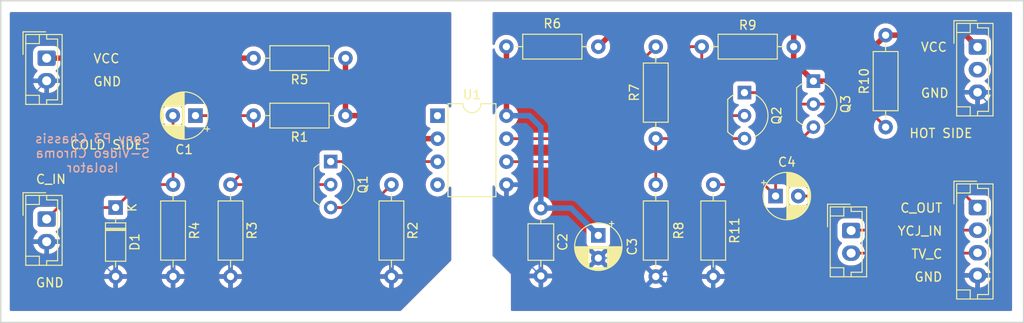
<source format=kicad_pcb>
(kicad_pcb (version 20221018) (generator pcbnew)

  (general
    (thickness 1.6)
  )

  (paper "A4")
  (layers
    (0 "F.Cu" signal "Top")
    (31 "B.Cu" signal "Bottom")
    (34 "B.Paste" user)
    (35 "F.Paste" user)
    (36 "B.SilkS" user "B.Silkscreen")
    (37 "F.SilkS" user "F.Silkscreen")
    (38 "B.Mask" user)
    (39 "F.Mask" user)
    (40 "Dwgs.User" user "User.Drawings")
    (41 "Cmts.User" user "User.Comments")
    (42 "Eco1.User" user "User.Eco1")
    (43 "Eco2.User" user "User.Eco2")
    (44 "Edge.Cuts" user)
    (45 "Margin" user)
    (46 "B.CrtYd" user "B.Courtyard")
    (47 "F.CrtYd" user "F.Courtyard")
  )

  (setup
    (pad_to_mask_clearance 0.0508)
    (pcbplotparams
      (layerselection 0x00010fc_ffffffff)
      (plot_on_all_layers_selection 0x0000000_00000000)
      (disableapertmacros false)
      (usegerberextensions false)
      (usegerberattributes false)
      (usegerberadvancedattributes false)
      (creategerberjobfile false)
      (dashed_line_dash_ratio 12.000000)
      (dashed_line_gap_ratio 3.000000)
      (svgprecision 4)
      (plotframeref false)
      (viasonmask false)
      (mode 1)
      (useauxorigin false)
      (hpglpennumber 1)
      (hpglpenspeed 20)
      (hpglpendiameter 15.000000)
      (dxfpolygonmode true)
      (dxfimperialunits true)
      (dxfusepcbnewfont true)
      (psnegative false)
      (psa4output false)
      (plotreference true)
      (plotvalue true)
      (plotinvisibletext false)
      (sketchpadsonfab false)
      (subtractmaskfromsilk false)
      (outputformat 1)
      (mirror false)
      (drillshape 1)
      (scaleselection 1)
      (outputdirectory "")
    )
  )

  (net 0 "")
  (net 1 "Net-(Q1-B)")
  (net 2 "/C_In")
  (net 3 "Net-(C2-Pad1)")
  (net 4 "GND2")
  (net 5 "Net-(Q3-E)")
  (net 6 "GND1")
  (net 7 "/C_Out")
  (net 8 "+12V")
  (net 9 "+9V")
  (net 10 "unconnected-(J3-Pin_2-Pad2)")
  (net 11 "/YCJ_In")
  (net 12 "/TV_C")
  (net 13 "Net-(Q1-C)")
  (net 14 "Net-(Q1-E)")
  (net 15 "Net-(Q2-C)")
  (net 16 "Net-(Q2-B)")
  (net 17 "Net-(Q2-E)")
  (net 18 "Net-(R1-Pad1)")
  (net 19 "Net-(R7-Pad2)")
  (net 20 "unconnected-(U1-NC-Pad1)")
  (net 21 "unconnected-(U1-NC-Pad4)")

  (footprint "Package_DIP:DIP-8_W7.62mm" (layer "F.Cu") (at 144.79 105.42))

  (footprint "Resistor_THT:R_Axial_DIN0207_L6.3mm_D2.5mm_P10.16mm_Horizontal" (layer "F.Cu") (at 162.56 97.79 180))

  (footprint "Resistor_THT:R_Axial_DIN0207_L6.3mm_D2.5mm_P10.16mm_Horizontal" (layer "F.Cu") (at 115.57 113.03 -90))

  (footprint "Capacitor_THT:CP_Radial_D5.0mm_P2.50mm" (layer "F.Cu") (at 182.15 114.3))

  (footprint "Resistor_THT:R_Axial_DIN0207_L6.3mm_D2.5mm_P10.16mm_Horizontal" (layer "F.Cu") (at 168.91 123.19 90))

  (footprint "Package_TO_SOT_THT:TO-92_Inline_Wide" (layer "F.Cu") (at 132.99 110.49 -90))

  (footprint "Connector_JST:JST_EH_B2B-EH-A_1x02_P2.50mm_Vertical" (layer "F.Cu") (at 101.6 116.84 -90))

  (footprint "Resistor_THT:R_Axial_DIN0207_L6.3mm_D2.5mm_P10.16mm_Horizontal" (layer "F.Cu") (at 175.26 113.03 -90))

  (footprint "Capacitor_THT:CP_Radial_D5.0mm_P2.50mm" (layer "F.Cu") (at 162.56 118.65 -90))

  (footprint "Resistor_THT:R_Axial_DIN0207_L6.3mm_D2.5mm_P10.16mm_Horizontal" (layer "F.Cu") (at 121.92 113.03 -90))

  (footprint "Connector_JST:JST_EH_B3B-EH-A_1x03_P2.50mm_Vertical" (layer "F.Cu") (at 204.47 97.83 -90))

  (footprint "Diode_THT:D_DO-35_SOD27_P7.62mm_Horizontal" (layer "F.Cu") (at 109.22 115.57 -90))

  (footprint "Package_TO_SOT_THT:TO-92_Inline_Wide" (layer "F.Cu") (at 186.33 101.6 -90))

  (footprint "Connector_JST:JST_EH_B4B-EH-A_1x04_P2.50mm_Vertical" (layer "F.Cu") (at 204.47 115.57 -90))

  (footprint "Resistor_THT:R_Axial_DIN0207_L6.3mm_D2.5mm_P10.16mm_Horizontal" (layer "F.Cu") (at 173.99 97.79))

  (footprint "MountingHole:MountingHole_3.2mm_M3_DIN965" (layer "F.Cu") (at 148.844 124.714))

  (footprint "Resistor_THT:R_Axial_DIN0207_L6.3mm_D2.5mm_P10.16mm_Horizontal" (layer "F.Cu") (at 134.62 99.06 180))

  (footprint "Resistor_THT:R_Axial_DIN0207_L6.3mm_D2.5mm_P10.16mm_Horizontal" (layer "F.Cu") (at 134.62 105.41 180))

  (footprint "Capacitor_THT:C_Axial_L3.8mm_D2.6mm_P7.50mm_Horizontal" (layer "F.Cu") (at 156.21 115.63 -90))

  (footprint "Capacitor_THT:CP_Radial_D5.0mm_P2.50mm" (layer "F.Cu") (at 118.045113 105.41 180))

  (footprint "Connector_JST:JST_EH_B2B-EH-A_1x02_P2.50mm_Vertical" (layer "F.Cu") (at 101.6 99.06 -90))

  (footprint "Resistor_THT:R_Axial_DIN0207_L6.3mm_D2.5mm_P10.16mm_Horizontal" (layer "F.Cu") (at 139.7 113.03 -90))

  (footprint "Resistor_THT:R_Axial_DIN0207_L6.3mm_D2.5mm_P10.16mm_Horizontal" (layer "F.Cu") (at 194.31 106.68 90))

  (footprint "Package_TO_SOT_THT:TO-92_Inline_Wide" (layer "F.Cu") (at 178.71 102.87 -90))

  (footprint "Resistor_THT:R_Axial_DIN0207_L6.3mm_D2.5mm_P10.16mm_Horizontal" (layer "F.Cu") (at 168.91 107.95 90))

  (footprint "Connector_JST:JST_EH_B2B-EH-A_1x02_P2.50mm_Vertical" (layer "F.Cu") (at 190.5 118.11 -90))

  (gr_line (start 96.52 92.71) (end 209.55 92.71)
    (stroke (width 0.15) (type default)) (layer "Edge.Cuts") (tstamp 129943e0-26d1-4573-b2da-74bef33901c8))
  (gr_line (start 209.55 128.27) (end 209.55 92.71)
    (stroke (width 0.15) (type default)) (layer "Edge.Cuts") (tstamp 99b59614-2aee-4491-a99b-b356bbb99b3f))
  (gr_line (start 96.52 92.71) (end 96.52 128.27)
    (stroke (width 0.15) (type default)) (layer "Edge.Cuts") (tstamp c26e702b-e19f-4e6b-a559-744b639e25b1))
  (gr_line (start 96.52 128.27) (end 209.55 128.27)
    (stroke (width 0.15) (type default)) (layer "Edge.Cuts") (tstamp e64bd023-55a1-43d1-a539-c82ebadd3edf))
  (gr_text "Sony P3 Chassis\nS-Video Chroma\nIsolator" (at 106.68 111.76) (layer "B.SilkS") (tstamp 23ec2d86-ba25-42e7-a8d2-2e92822f72ab)
    (effects (font (size 1 1) (thickness 0.15)) (justify bottom mirror))
  )
  (gr_text "C_IN" (at 100.33 113.03) (layer "F.SilkS") (tstamp 014b2c16-440b-4919-8336-1cef8033fd16)
    (effects (font (size 1 1) (thickness 0.15)) (justify left bottom))
  )
  (gr_text "GND" (at 200.66 123.825) (layer "F.SilkS") (tstamp 1018be02-1950-4ecd-9c91-79737e822443)
    (effects (font (size 1 1) (thickness 0.15)) (justify right bottom))
  )
  (gr_text "COLD SIDE" (at 104.14 109.22) (layer "F.SilkS") (tstamp 5a152234-2537-4d9c-be80-0d839a5d7b0f)
    (effects (font (size 1 1) (thickness 0.15)) (justify left bottom))
  )
  (gr_text "C_OUT" (at 200.66 116.205) (layer "F.SilkS") (tstamp 8c3e9080-4c5e-4f4c-87b1-6a393b87ad22)
    (effects (font (size 1 1) (thickness 0.15)) (justify right bottom))
  )
  (gr_text "GND" (at 100.33 124.46) (layer "F.SilkS") (tstamp a704a508-0bfc-4594-90bd-2d8942a54e22)
    (effects (font (size 1 1) (thickness 0.15)) (justify left bottom))
  )
  (gr_text "HOT SIDE" (at 196.85 107.95) (layer "F.SilkS") (tstamp a82a2912-54cd-40b4-9070-39c42a5be94c)
    (effects (font (size 1 1) (thickness 0.15)) (justify left bottom))
  )
  (gr_text "GND" (at 106.68 102.235) (layer "F.SilkS") (tstamp aa270e39-a2f4-4f72-be12-3c5ab2cb5ac7)
    (effects (font (size 1 1) (thickness 0.15)) (justify left bottom))
  )
  (gr_text "TV_C" (at 200.66 121.285) (layer "F.SilkS") (tstamp ce812d0c-77f0-438e-827a-61a2e2c3f318)
    (effects (font (size 1 1) (thickness 0.15)) (justify right bottom))
  )
  (gr_text "GND" (at 198.12 103.505) (layer "F.SilkS") (tstamp dd6b90c0-e33d-4ab7-b099-4000045f4d05)
    (effects (font (size 1 1) (thickness 0.15)) (justify left bottom))
  )
  (gr_text "VCC" (at 106.68 99.695) (layer "F.SilkS") (tstamp e99730db-1648-4d29-a5c2-b10fb7d2da34)
    (effects (font (size 1 1) (thickness 0.15)) (justify left bottom))
  )
  (gr_text "VCC" (at 198.12 98.425) (layer "F.SilkS") (tstamp f222e8f8-fee9-4a28-8cfa-860576d84445)
    (effects (font (size 1 1) (thickness 0.15)) (justify left bottom))
  )
  (gr_text "YCJ_IN" (at 200.66 118.745) (layer "F.SilkS") (tstamp fe75ab76-c15a-4a55-a95e-10b2da045835)
    (effects (font (size 1 1) (thickness 0.15)) (justify right bottom))
  )

  (segment (start 124.46 105.41) (end 124.46 110.49) (width 0.3048) (layer "F.Cu") (net 1) (tstamp 4b9b79b6-5d24-4eef-a645-4bc89fa67cbb))
  (segment (start 124.46 105.41) (end 118.045113 105.41) (width 0.3048) (layer "F.Cu") (net 1) (tstamp 87cf98a1-2515-4061-acad-215a3fc7af1b))
  (segment (start 121.92 113.03) (end 132.99 113.03) (width 0.3048) (layer "F.Cu") (net 1) (tstamp 95e1fe09-1481-4a46-ab91-61edadc019f5))
  (segment (start 124.46 110.49) (end 121.92 113.03) (width 0.3048) (layer "F.Cu") (net 1) (tstamp aa7b1277-f109-4427-ac69-9830cfde430e))
  (segment (start 115.57 113.03) (end 111.76 113.03) (width 0.3048) (layer "F.Cu") (net 2) (tstamp 1ea8d843-0c83-4da2-82d7-3cf1c98f56e8))
  (segment (start 109.22 115.57) (end 102.87 115.57) (width 0.3048) (layer "F.Cu") (net 2) (tstamp 5bb03f4f-3cae-4034-8ea2-add49c80262a))
  (segment (start 115.57 113.03) (end 115.57 105.434887) (width 0.3048) (layer "F.Cu") (net 2) (tstamp 5f406a49-fb01-472a-9ed3-f3428cc74eb7))
  (segment (start 111.76 113.03) (end 109.22 115.57) (width 0.3048) (layer "F.Cu") (net 2) (tstamp a4c49e5f-3b61-4b05-96ab-9cc634db5876))
  (segment (start 115.57 105.434887) (end 115.545113 105.41) (width 0.3048) (layer "F.Cu") (net 2) (tstamp bd3d684b-4078-4e4c-9d16-8a778e6810db))
  (segment (start 102.87 115.57) (end 101.6 116.84) (width 0.3048) (layer "F.Cu") (net 2) (tstamp f14bebf7-ae70-443b-aaa4-fb0b1936820f))
  (segment (start 152.41 105.42) (end 152.41 97.8) (width 0.6096) (layer "F.Cu") (net 3) (tstamp 868d7bf6-0f21-4f6b-93ae-24a9ff36df70))
  (segment (start 152.41 97.8) (end 152.4 97.79) (width 0.1524) (layer "F.Cu") (net 3) (tstamp cf3509d2-352d-4da8-96ec-534af580258d))
  (segment (start 154.95 105.42) (end 156.21 106.68) (width 0.6096) (layer "B.Cu") (net 3) (tstamp 5acd5521-8285-4345-a807-92d77810d515))
  (segment (start 152.41 105.42) (end 154.95 105.42) (width 0.6096) (layer "B.Cu") (net 3) (tstamp 5e49b17e-9f70-4e57-8baa-7622ef239497))
  (segment (start 156.21 115.63) (end 159.54 115.63) (width 0.6096) (layer "B.Cu") (net 3) (tstamp b4308e56-1584-4b8b-9bd2-96408a6ddaca))
  (segment (start 156.21 106.68) (end 156.21 115.63) (width 0.6096) (layer "B.Cu") (net 3) (tstamp cd37b68e-c12a-4372-af93-a4f49865ce2d))
  (segment (start 159.54 115.63) (end 162.56 118.65) (width 0.6096) (layer "B.Cu") (net 3) (tstamp d40f4099-4261-47e2-8d65-637180ab0d78))
  (segment (start 175.26 123.19) (end 204.35 123.19) (width 0.1524) (layer "B.Cu") (net 4) (tstamp 05e782b1-0969-4fed-a37c-89673cf0fdc2))
  (segment (start 207.01 105.37) (end 204.47 102.83) (width 0.1524) (layer "B.Cu") (net 4) (tstamp 253a2aa3-4adb-4268-8647-cd9bb0aa41f6))
  (segment (start 152.41 119.33) (end 156.21 123.13) (width 0.1524) (layer "B.Cu") (net 4) (tstamp 412f97f1-d7dc-4803-b562-b8ce9dfef589))
  (segment (start 168.91 123.19) (end 175.26 123.19) (width 0.1524) (layer "B.Cu") (net 4) (tstamp 47e13caa-884e-4bb9-b151-7f2cd3a7894d))
  (segment (start 160.58 123.13) (end 162.56 121.15) (width 0.1524) (layer "B.Cu") (net 4) (tstamp 647e8eb0-2852-47b2-8f1a-6c9368be6cca))
  (segment (start 162.56 121.15) (end 166.87 121.15) (width 0.1524) (layer "B.Cu") (net 4) (tstamp 6a25eb36-42b7-4217-80ff-fbd049e9b78c))
  (segment (start 156.21 123.13) (end 160.58 123.13) (width 0.1524) (layer "B.Cu") (net 4) (tstamp 6b95997b-81f9-4895-a6ea-4131d4e42037))
  (segment (start 207.01 123.19) (end 207.01 105.37) (width 0.1524) (layer "B.Cu") (net 4) (tstamp 7653d78a-496d-4477-b68e-63c2d162d577))
  (segment (start 204.47 123.07) (end 206.89 123.07) (width 0.1524) (layer "B.Cu") (net 4) (tstamp 8dfa426d-a561-4b8f-aea4-986c0822f7cb))
  (segment (start 206.89 123.07) (end 207.01 123.19) (width 0.1524) (layer "B.Cu") (net 4) (tstamp 90ec6eb0-111d-4c4d-8216-8a08ec9d8f4f))
  (segment (start 152.41 113.04) (end 152.41 119.33) (width 0.1524) (layer "B.Cu") (net 4) (tstamp a97af42e-bd90-4371-8bbe-9011effcfc6f))
  (segment (start 166.87 121.15) (end 168.91 123.19) (width 0.1524) (layer "B.Cu") (net 4) (tstamp cbef3d03-7b95-440b-acb4-dde80603369e))
  (segment (start 204.35 123.19) (end 204.47 123.07) (width 0.1524) (layer "B.Cu") (net 4) (tstamp dd22145b-d9b1-4bb6-93b2-d620ac562624))
  (segment (start 175.26 113.03) (end 180.88 113.03) (width 0.3048) (layer "F.Cu") (net 5) (tstamp 38992850-a320-4626-812c-b783e60b31c1))
  (segment (start 180.88 113.03) (end 182.15 114.3) (width 0.3048) (layer "F.Cu") (net 5) (tstamp 83de1e97-4dd9-4761-a4c7-f574cb6622a7))
  (segment (start 182.15 110.86) (end 186.33 106.68) (width 0.3048) (layer "F.Cu") (net 5) (tstamp 8bb6a712-bc10-49d9-85f2-e1c1f6358511))
  (segment (start 182.15 114.3) (end 182.15 110.86) (width 0.3048) (layer "F.Cu") (net 5) (tstamp e0001d77-4c49-4e3b-bde5-8968a5d4b014))
  (segment (start 109.22 123.19) (end 115.57 123.19) (width 0.1524) (layer "B.Cu") (net 6) (tstamp 2015ebed-a446-4159-8f28-ff42881e2784))
  (segment (start 121.92 123.19) (end 139.7 123.19) (width 0.1524) (layer "B.Cu") (net 6) (tstamp 28a38b3c-93e9-4cc4-ae56-f802a300296f))
  (segment (start 101.6 119.34) (end 100.29 119.34) (width 0.1524) (layer "B.Cu") (net 6) (tstamp 32e10ac6-757d-45cf-b24b-892276a63ae9))
  (segment (start 100.29 119.34) (end 99.06 118.11) (width 0.1524) (layer "B.Cu") (net 6) (tstamp 38a7f7e6-eff7-488e-8322-660fe36ec140))
  (segment (start 105.37 119.34) (end 109.22 123.19) (width 0.1524) (layer "B.Cu") (net 6) (tstamp 509160c7-33fe-40d6-ad64-a621a2184d7d))
  (segment (start 115.57 123.19) (end 121.92 123.19) (width 0.1524) (layer "B.Cu") (net 6) (tstamp 739f9efc-f833-48f6-96f0-53d622729aaa))
  (segment (start 99.06 104.1) (end 101.6 101.56) (width 0.1524) (layer "B.Cu") (net 6) (tstamp 8ef0854e-0e55-4fb1-82f2-bb95d72151cb))
  (segment (start 101.6 119.34) (end 105.37 119.34) (width 0.1524) (layer "B.Cu") (net 6) (tstamp fa91345e-be68-452f-89d9-bbc1b80223f5))
  (segment (start 99.06 118.11) (end 99.06 104.1) (width 0.1524) (layer "B.Cu") (net 6) (tstamp fe21af01-4b8c-463d-8112-8a17b18f5eee))
  (segment (start 184.65 114.3) (end 203.2 114.3) (width 0.3048) (layer "F.Cu") (net 7) (tstamp b9dcfdb3-7f7d-4e8a-8cb0-697ed1911387))
  (segment (start 203.2 114.3) (end 204.47 115.57) (width 0.3048) (layer "F.Cu") (net 7) (tstamp ba7b810d-fd6b-4461-b023-6ccbfba9da94))
  (segment (start 101.6 99.06) (end 124.46 99.06) (width 0.6) (layer "F.Cu") (net 8) (tstamp a2121847-32a7-4351-af13-37996c1d7023))
  (segment (start 162.56 97.79) (end 165.1 95.25) (width 0.6096) (layer "F.Cu") (net 9) (tstamp 2d2340f9-040d-4f84-826f-9e3431be71b3))
  (segment (start 184.15 99.42) (end 186.33 101.6) (width 0.6096) (layer "F.Cu") (net 9) (tstamp 32b8a415-11c9-45bb-ad06-fa3a2c4cf4eb))
  (segment (start 165.1 95.25) (end 184.15 95.25) (width 0.6096) (layer "F.Cu") (net 9) (tstamp 502987f2-4de6-43db-bb4f-7bb2304ba46b))
  (segment (start 203.16 96.52) (end 204.47 97.83) (width 0.6096) (layer "F.Cu") (net 9) (tstamp 506fb97b-ef00-43e0-a647-5c46cbcf71a6))
  (segment (start 184.15 95.25) (end 184.15 97.79) (width 0.6096) (layer "F.Cu") (net 9) (tstamp 6ce3bd90-1d14-4c6f-9cf3-f640a1e73227))
  (segment (start 184.15 97.79) (end 184.15 99.42) (width 0.6096) (layer "F.Cu") (net 9) (tstamp cc82a58a-192f-4f28-b5ac-cf95c12c57a9))
  (segment (start 189.23 101.6) (end 194.31 96.52) (width 0.6096) (layer "F.Cu") (net 9) (tstamp dc816d2f-3995-46a3-ae11-940e277ebc4a))
  (segment (start 194.31 96.52) (end 203.16 96.52) (width 0.6096) (layer "F.Cu") (net 9) (tstamp ee940f40-9fd0-4728-95d4-c8befc69de8a))
  (segment (start 186.33 101.6) (end 189.23 101.6) (width 0.6096) (layer "F.Cu") (net 9) (tstamp f0d88bdc-80b0-4997-a13e-287acf8f817a))
  (segment (start 190.5 118.11) (end 190.54 118.07) (width 0.1524) (layer "F.Cu") (net 11) (tstamp 636a1ae3-c756-4b89-9ecd-a56f1f330131))
  (segment (start 190.54 118.07) (end 204.47 118.07) (width 0.3048) (layer "F.Cu") (net 11) (tstamp 67237674-ae73-4123-ace5-732620d11165))
  (segment (start 204.43 120.61) (end 204.47 120.57) (width 0.1524) (layer "F.Cu") (net 12) (tstamp 4025e013-bef8-4388-8e29-a55a0eb9646a))
  (segment (start 190.5 120.61) (end 204.43 120.61) (width 0.3048) (layer "F.Cu") (net 12) (tstamp d4522fda-3841-4adc-9267-c7c774593a65))
  (segment (start 144.78 110.49) (end 144.79 110.5) (width 0.1524) (layer "F.Cu") (net 13) (tstamp 3039c1d2-be02-4990-a153-8916f62eb728))
  (segment (start 132.99 110.49) (end 144.78 110.49) (width 0.3048) (layer "F.Cu") (net 13) (tstamp 3b9b34c0-198f-4720-b9fb-bfcfe9afb366))
  (segment (start 137.16 115.57) (end 139.7 113.03) (width 0.3048) (layer "F.Cu") (net 14) (tstamp 570095bc-4a67-4fac-b098-4d3ead478706))
  (segment (start 132.99 115.57) (end 137.16 115.57) (width 0.3048) (layer "F.Cu") (net 14) (tstamp 90983e21-1310-4a63-b1a6-ce984cbd6a22))
  (segment (start 191.77 104.14) (end 194.31 106.68) (width 0.3048) (layer "F.Cu") (net 15) (tstamp 31fccb87-6405-48df-84dc-c611a56a6ba4))
  (segment (start 186.33 104.14) (end 191.77 104.14) (width 0.3048) (layer "F.Cu") (net 15) (tstamp 61d318b9-33df-43fe-a346-ddda71bec2c9))
  (segment (start 181.61 102.87) (end 182.88 104.14) (width 0.3048) (layer "F.Cu") (net 15) (tstamp 6ebc326b-f258-4d61-8d67-f4b6960c05ce))
  (segment (start 178.71 102.87) (end 181.61 102.87) (width 0.3048) (layer "F.Cu") (net 15) (tstamp bcbfba93-dbca-4ced-8dcb-e523753ebb92))
  (segment (start 182.88 104.14) (end 186.33 104.14) (width 0.3048) (layer "F.Cu") (net 15) (tstamp f715d541-56ba-4a50-8cb7-34aabce08a23))
  (segment (start 173.99 105.41) (end 178.71 105.41) (width 0.3048) (layer "F.Cu") (net 16) (tstamp 0537c25d-3b1b-4c1f-9ada-5c1902a1b78f))
  (segment (start 160.01 110.5) (end 172.72 97.79) (width 0.3048) (layer "F.Cu") (net 16) (tstamp 569c832b-d85a-4748-bbfd-b7cd14a82171))
  (segment (start 152.41 110.5) (end 160.01 110.5) (width 0.3048) (layer "F.Cu") (net 16) (tstamp 785708a0-6ab3-4186-a144-907cc8df3930))
  (segment (start 173.99 97.79) (end 173.99 105.41) (width 0.3048) (layer "F.Cu") (net 16) (tstamp a177b81b-cd3c-48f1-9701-7d002c7196ef))
  (segment (start 172.72 97.79) (end 173.99 97.79) (width 0.3048) (layer "F.Cu") (net 16) (tstamp e39c20b6-5aa2-4d8c-a6aa-5d565ab62b1b))
  (segment (start 168.91 107.95) (end 178.71 107.95) (width 0.3048) (layer "F.Cu") (net 17) (tstamp 03bd4957-e3f8-40fd-b072-f98f1612e491))
  (segment (start 168.91 113.03) (end 168.91 107.95) (width 0.3048) (layer "F.Cu") (net 17) (tstamp 7e3fab24-b6af-4b5c-a03a-29a2537c9505))
  (segment (start 139.71 107.96) (end 144.79 107.96) (width 0.6) (layer "F.Cu") (net 18) (tstamp 0de30c0e-7dc8-46f9-8484-2a8ea8c02d6f))
  (segment (start 137.16 105.41) (end 139.71 107.96) (width 0.6) (layer "F.Cu") (net 18) (tstamp 76740a01-777f-4280-b6c8-bf6ca5dca2e1))
  (segment (start 134.62 99.06) (end 134.62 105.41) (width 0.6) (layer "F.Cu") (net 18) (tstamp a1f36da2-ba2d-47cb-8d09-38c1ddb102f7))
  (segment (start 134.62 105.41) (end 137.16 105.41) (width 0.6) (layer "F.Cu") (net 18) (tstamp dd1b6c3b-1b10-49ea-aa91-36e16b387ef7))
  (segment (start 158.74 107.96) (end 168.91 97.79) (width 0.3048) (layer "F.Cu") (net 19) (tstamp 443b2f96-0078-40bb-b6ec-24bbf2f8f12f))
  (segment (start 152.41 107.96) (end 158.74 107.96) (width 0.3048) (layer "F.Cu") (net 19) (tstamp 86addadd-5f3f-4b40-b022-aecbbf466623))

  (zone (net 6) (net_name "GND1") (layer "F.Cu") (tstamp 3f811362-6d96-4446-ac72-71a3f18c28d4) (hatch edge 0.5)
    (priority 2)
    (connect_pads (clearance 0.508))
    (min_thickness 0.25) (filled_areas_thickness no)
    (fill yes (thermal_gap 0.5) (thermal_bridge_width 0.5))
    (polygon
      (pts
        (xy 97.536 93.98)
        (xy 146.304 93.98)
        (xy 146.304 121.412)
        (xy 140.716 127)
        (xy 97.536 127)
      )
    )
    (filled_polygon
      (layer "F.Cu")
      (pts
        (xy 146.242 93.996613)
        (xy 146.287387 94.042)
        (xy 146.304 94.104)
        (xy 146.304 104.391937)
        (xy 146.285262 104.45748)
        (xy 146.234712 104.503214)
        (xy 146.167626 104.515318)
        (xy 146.10428 104.490133)
        (xy 146.063819 104.435272)
        (xy 146.047655 104.391937)
        (xy 146.040889 104.373796)
        (xy 145.998102 104.316639)
        (xy 145.953261 104.256738)
        (xy 145.836203 104.16911)
        (xy 145.699205 104.118011)
        (xy 145.668919 104.114755)
        (xy 145.638638 104.1115)
        (xy 143.941362 104.1115)
        (xy 143.914445 104.114393)
        (xy 143.880794 104.118011)
        (xy 143.743796 104.16911)
        (xy 143.626738 104.256738)
        (xy 143.53911 104.373796)
        (xy 143.488011 104.510794)
        (xy 143.487525 104.515318)
        (xy 143.4815 104.571362)
        (xy 143.4815 106.268638)
        (xy 143.484755 106.298919)
        (xy 143.488011 106.329205)
        (xy 143.53911 106.466203)
        (xy 143.626738 106.583261)
        (xy 143.743796 106.670889)
        (xy 143.880794 106.721988)
        (xy 143.880797 106.721988)
        (xy 143.880799 106.721989)
        (xy 143.895497 106.723569)
        (xy 143.951419 106.743948)
        (xy 143.991403 106.788036)
        (xy 144.006237 106.845677)
        (xy 143.992505 106.90359)
        (xy 143.953368 106.948433)
        (xy 143.945701 106.953801)
        (xy 143.78432 107.115182)
        (xy 143.744092 107.142061)
        (xy 143.696639 107.1515)
        (xy 140.096254 107.1515)
        (xy 140.048801 107.142061)
        (xy 140.008573 107.115181)
        (xy 137.699588 104.806196)
        (xy 137.667282 104.773889)
        (xy 137.63449 104.753285)
        (xy 137.623149 104.745238)
        (xy 137.592869 104.72109)
        (xy 137.557975 104.704286)
        (xy 137.545806 104.69756)
        (xy 137.513016 104.676957)
        (xy 137.476457 104.664164)
        (xy 137.463612 104.658843)
        (xy 137.428719 104.642039)
        (xy 137.390957 104.63342)
        (xy 137.377603 104.629574)
        (xy 137.341047 104.616783)
        (xy 137.341045 104.616782)
        (xy 137.341043 104.616782)
        (xy 137.302561 104.612446)
        (xy 137.288855 104.610117)
        (xy 137.251099 104.6015)
        (xy 137.251097 104.6015)
        (xy 137.205406 104.6015)
        (xy 135.713361 104.6015)
        (xy 135.665908 104.592061)
        (xy 135.62568 104.565181)
        (xy 135.464819 104.40432)
        (xy 135.437939 104.364092)
        (xy 135.4285 104.316639)
        (xy 135.4285 100.153361)
        (xy 135.437939 100.105908)
        (xy 135.464818 100.06568)
        (xy 135.464817 100.06568)
        (xy 135.626198 99.9043)
        (xy 135.757523 99.716749)
        (xy 135.854284 99.509243)
        (xy 135.913543 99.288087)
        (xy 135.933498 99.06)
        (xy 135.913543 98.831913)
        (xy 135.854284 98.610757)
        (xy 135.757523 98.403251)
        (xy 135.626198 98.2157)
        (xy 135.4643 98.053802)
        (xy 135.276749 97.922477)
        (xy 135.276746 97.922476)
        (xy 135.276744 97.922474)
        (xy 135.069246 97.825717)
        (xy 135.069243 97.825716)
        (xy 134.958665 97.796086)
        (xy 134.848084 97.766456)
        (xy 134.62 97.746501)
        (xy 134.391915 97.766456)
        (xy 134.170753 97.825717)
        (xy 133.963255 97.922474)
        (xy 133.775696 98.053805)
        (xy 133.613805 98.215696)
        (xy 133.613802 98.215699)
        (xy 133.613802 98.2157)
        (xy 133.550872 98.305573)
        (xy 133.482474 98.403255)
        (xy 133.385717 98.610753)
        (xy 133.326456 98.831915)
        (xy 133.306501 99.06)
        (xy 133.326456 99.288084)
        (xy 133.385717 99.509246)
        (xy 133.482474 99.716744)
        (xy 133.482476 99.716746)
        (xy 133.482477 99.716749)
        (xy 133.613802 99.9043)
        (xy 133.775181 100.065679)
        (xy 133.775182 100.06568)
        (xy 133.802061 100.105908)
        (xy 133.8115 100.153361)
        (xy 133.8115 104.316639)
        (xy 133.802061 104.364092)
        (xy 133.775182 104.40432)
        (xy 133.613802 104.5657)
        (xy 133.482474 104.753255)
        (xy 133.385717 104.960753)
        (xy 133.326456 105.181915)
        (xy 133.306501 105.41)
        (xy 133.326456 105.638084)
        (xy 133.385717 105.859246)
        (xy 133.482474 106.066744)
        (xy 133.482476 106.066746)
        (xy 133.482477 106.066749)
        (xy 133.613802 106.2543)
        (xy 133.7757 106.416198)
        (xy 133.963251 106.547523)
        (xy 134.170757 106.644284)
        (xy 134.391913 106.703543)
        (xy 134.62 106.723498)
        (xy 134.848087 106.703543)
        (xy 135.069243 106.644284)
        (xy 135.276749 106.547523)
        (xy 135.4643 106.416198)
        (xy 135.62568 106.254817)
        (xy 135.665908 106.227939)
        (xy 135.713361 106.2185)
        (xy 136.773746 106.2185)
        (xy 136.821199 106.227939)
        (xy 136.861427 106.254819)
        (xy 139.056447 108.449838)
        (xy 139.056448 108.44984)
        (xy 139.073889 108.467281)
        (xy 139.202719 108.596111)
        (xy 139.235524 108.616723)
        (xy 139.246834 108.624748)
        (xy 139.277131 108.648909)
        (xy 139.312029 108.665714)
        (xy 139.324178 108.672428)
        (xy 139.356985 108.693043)
        (xy 139.393546 108.705836)
        (xy 139.406389 108.711156)
        (xy 139.44128 108.727959)
        (xy 139.479051 108.736579)
        (xy 139.492387 108.740421)
        (xy 139.528953 108.753217)
        (xy 139.567452 108.757554)
        (xy 139.581133 108.759879)
        (xy 139.604297 108.765167)
        (xy 139.618903 108.768501)
        (xy 139.618904 108.768501)
        (xy 139.801097 108.768501)
        (xy 139.816358 108.768501)
        (xy 139.816366 108.7685)
        (xy 143.696639 108.7685)
        (xy 143.744092 108.777939)
        (xy 143.78432 108.804818)
        (xy 143.9457 108.966198)
        (xy 144.133251 109.097523)
        (xy 144.173334 109.116214)
        (xy 144.176345 109.117618)
        (xy 144.228521 109.163375)
        (xy 144.24794 109.23)
        (xy 144.228521 109.296625)
        (xy 144.176344 109.342382)
        (xy 144.133251 109.362477)
        (xy 144.112883 109.376739)
        (xy 143.945696 109.493805)
        (xy 143.783805 109.655696)
        (xy 143.783802 109.655699)
        (xy 143.783802 109.6557)
        (xy 143.699408 109.776225)
        (xy 143.655093 109.815089)
        (xy 143.597836 109.8291)
        (xy 134.3725 109.8291)
        (xy 134.3105 109.812487)
        (xy 134.265113 109.7671)
        (xy 134.2485 109.7051)
        (xy 134.2485 109.691366)
        (xy 134.244666 109.6557)
        (xy 134.241989 109.630799)
        (xy 134.241988 109.630797)
        (xy 134.241988 109.630794)
        (xy 134.190889 109.493796)
        (xy 134.103261 109.376738)
        (xy 133.986203 109.28911)
        (xy 133.849205 109.238011)
        (xy 133.818919 109.234755)
        (xy 133.788638 109.2315)
        (xy 132.191362 109.2315)
        (xy 132.164445 109.234393)
        (xy 132.130794 109.238011)
        (xy 131.993796 109.28911)
        (xy 131.876738 109.376738)
        (xy 131.78911 109.493796)
        (xy 131.738011 109.630794)
        (xy 131.7315 109.691366)
        (xy 131.7315 111.288634)
        (xy 131.738011 111.349205)
        (xy 131.78911 111.486203)
        (xy 131.876738 111.603261)
        (xy 131.993796 111.690889)
        (xy 132.130794 111.741988)
        (xy 132.130797 111.741988)
        (xy 132.130799 111.741989)
        (xy 132.191362 111.7485)
        (xy 132.191366 111.7485)
        (xy 132.232767 111.7485)
        (xy 132.292883 111.764047)
        (xy 132.337925 111.80679)
        (xy 132.356597 111.86601)
        (xy 132.344218 111.926858)
        (xy 132.303892 111.974073)
        (xy 132.218587 112.033805)
        (xy 132.177958 112.062254)
        (xy 132.022254 112.217958)
        (xy 132.022251 112.217961)
        (xy 132.022251 112.217962)
        (xy 131.953445 112.316225)
        (xy 131.90913 112.355089)
        (xy 131.851873 112.3691)
        (xy 123.814915 112.3691)
        (xy 123.75862 112.355585)
        (xy 123.714597 112.317985)
        (xy 123.692442 112.264498)
        (xy 123.696984 112.206782)
        (xy 123.727234 112.157419)
        (xy 124.281392 111.603261)
        (xy 124.910564 110.974088)
        (xy 124.916003 110.968969)
        (xy 124.958323 110.931478)
        (xy 124.958324 110.931477)
        (xy 124.990454 110.884927)
        (xy 124.994863 110.878935)
        (xy 125.029739 110.83442)
        (xy 125.033401 110.82628)
        (xy 125.044421 110.806741)
        (xy 125.049496 110.799391)
        (xy 125.069547 110.746517)
        (xy 125.072409 110.73961)
        (xy 125.076428 110.730682)
        (xy 125.095609 110.688064)
        (xy 125.097217 110.679282)
        (xy 125.103245 110.657662)
        (xy 125.106408 110.649325)
        (xy 125.113221 110.593206)
        (xy 125.114348 110.585805)
        (xy 125.124539 110.530199)
        (xy 125.121126 110.473776)
        (xy 125.1209 110.466289)
        (xy 125.1209 106.609166)
        (xy 125.134911 106.551909)
        (xy 125.173774 106.507593)
        (xy 125.3043 106.416198)
        (xy 125.466198 106.2543)
        (xy 125.597523 106.066749)
        (xy 125.694284 105.859243)
        (xy 125.753543 105.638087)
        (xy 125.773498 105.41)
        (xy 125.753543 105.181913)
        (xy 125.694284 104.960757)
        (xy 125.622212 104.806197)
        (xy 125.597525 104.753255)
        (xy 125.597524 104.753254)
        (xy 125.597523 104.753251)
        (xy 125.466198 104.5657)
        (xy 125.3043 104.403802)
        (xy 125.116749 104.272477)
        (xy 125.116746 104.272476)
        (xy 125.116744 104.272474)
        (xy 124.909246 104.175717)
        (xy 124.909243 104.175716)
        (xy 124.693887 104.118011)
        (xy 124.688084 104.116456)
        (xy 124.46 104.096501)
        (xy 124.231915 104.116456)
        (xy 124.010753 104.175717)
        (xy 123.803255 104.272474)
        (xy 123.615696 104.403805)
        (xy 123.453805 104.565696)
        (xy 123.453802 104.565699)
        (xy 123.453802 104.5657)
        (xy 123.362406 104.696225)
        (xy 123.318091 104.735089)
        (xy 123.260834 104.7491)
        (xy 119.477613 104.7491)
        (xy 119.415613 104.732487)
        (xy 119.370226 104.6871)
        (xy 119.353613 104.6251)
        (xy 119.353613 104.561366)
        (xy 119.352535 104.551339)
        (xy 119.347102 104.500799)
        (xy 119.347101 104.500797)
        (xy 119.347101 104.500794)
        (xy 119.296002 104.363796)
        (xy 119.208374 104.246738)
        (xy 119.091316 104.15911)
        (xy 118.954318 104.108011)
        (xy 118.924032 104.104755)
        (xy 118.893751 104.1015)
        (xy 117.196475 104.1015)
        (xy 117.169558 104.104393)
        (xy 117.135907 104.108011)
        (xy 116.998909 104.15911)
        (xy 116.881851 104.246738)
        (xy 116.794223 104.363796)
        (xy 116.740812 104.506993)
        (xy 116.705833 104.557372)
        (xy 116.650988 104.584824)
        (xy 116.589696 104.582635)
        (xy 116.53695 104.551339)
        (xy 116.389416 104.403805)
        (xy 116.389413 104.403802)
        (xy 116.201862 104.272477)
        (xy 116.201859 104.272476)
        (xy 116.201857 104.272474)
        (xy 115.994359 104.175717)
        (xy 115.994356 104.175716)
        (xy 115.779 104.118011)
        (xy 115.773197 104.116456)
        (xy 115.545113 104.096501)
        (xy 115.317028 104.116456)
        (xy 115.095866 104.175717)
        (xy 114.888368 104.272474)
        (xy 114.700809 104.403805)
        (xy 114.538918 104.565696)
        (xy 114.538915 104.565699)
        (xy 114.538915 104.5657)
        (xy 114.506183 104.612446)
        (xy 114.407587 104.753255)
        (xy 114.31083 104.960753)
        (xy 114.251569 105.181915)
        (xy 114.231614 105.41)
        (xy 114.251569 105.638084)
        (xy 114.31083 105.859246)
        (xy 114.407587 106.066744)
        (xy 114.407589 106.066746)
        (xy 114.40759 106.066749)
        (xy 114.538915 106.2543)
        (xy 114.700813 106.416198)
        (xy 114.856224 106.525018)
        (xy 114.895089 106.569336)
        (xy 114.9091 106.626593)
        (xy 114.9091 111.830834)
        (xy 114.895089 111.888091)
        (xy 114.856225 111.932406)
        (xy 114.796718 111.974075)
        (xy 114.725696 112.023805)
        (xy 114.563805 112.185696)
        (xy 114.563802 112.185699)
        (xy 114.563802 112.1857)
        (xy 114.472406 112.316225)
        (xy 114.428091 112.355089)
        (xy 114.370834 112.3691)
        (xy 111.783711 112.3691)
        (xy 111.776224 112.368874)
        (xy 111.719801 112.36546)
        (xy 111.664198 112.37565)
        (xy 111.656797 112.376777)
        (xy 111.600673 112.383592)
        (xy 111.592331 112.
... [192861 chars truncated]
</source>
